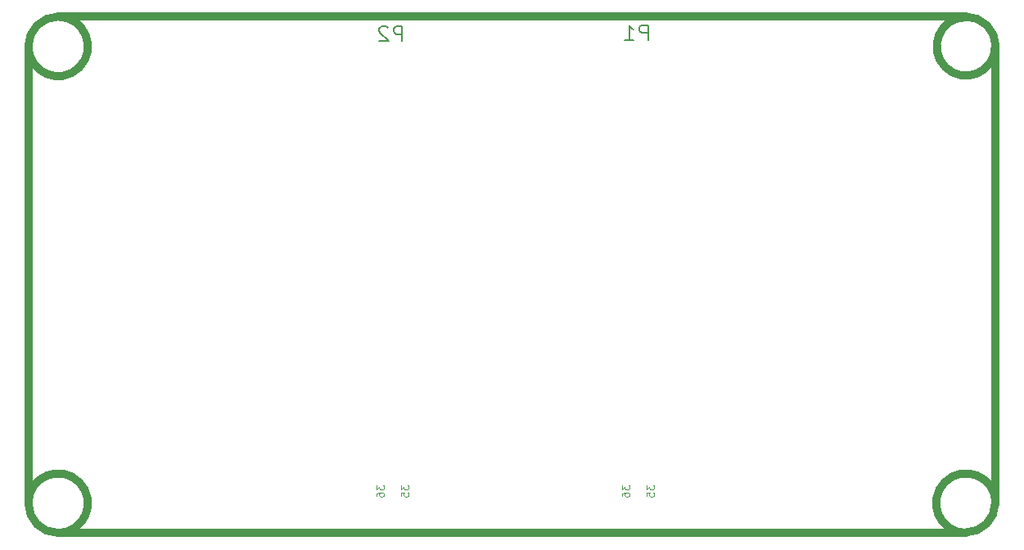
<source format=gbr>
%TF.GenerationSoftware,KiCad,Pcbnew,9.0.0*%
%TF.CreationDate,2025-04-09T14:41:31-04:00*%
%TF.ProjectId,PocketBeagle2_cape,506f636b-6574-4426-9561-676c65325f63,rev?*%
%TF.SameCoordinates,Original*%
%TF.FileFunction,Legend,Bot*%
%TF.FilePolarity,Positive*%
%FSLAX46Y46*%
G04 Gerber Fmt 4.6, Leading zero omitted, Abs format (unit mm)*
G04 Created by KiCad (PCBNEW 9.0.0) date 2025-04-09 14:41:31*
%MOMM*%
%LPD*%
G01*
G04 APERTURE LIST*
%ADD10C,0.812800*%
%ADD11C,0.097536*%
%ADD12C,0.198120*%
G04 APERTURE END LIST*
D10*
X193921100Y-128628600D02*
X193921100Y-81378600D01*
X97001100Y-131708600D02*
X190901100Y-131708600D01*
X190901100Y-78298600D02*
G75*
G02*
X193981100Y-81378600I0J-3080000D01*
G01*
X93921100Y-81378600D02*
G75*
G02*
X97001100Y-78298600I3080000J0D01*
G01*
X97001100Y-78298600D02*
G75*
G02*
X93921100Y-81378600I0J-3080000D01*
G01*
X193921100Y-128628600D02*
G75*
G02*
X190901100Y-131648600I-3020000J0D01*
G01*
X190901100Y-78298600D02*
X97001100Y-78298600D01*
X193921100Y-81378600D02*
G75*
G02*
X190901100Y-78358600I-3020000J0D01*
G01*
X190901100Y-131708600D02*
G75*
G02*
X193981100Y-128628600I0J3080000D01*
G01*
X93921100Y-81378600D02*
X93921100Y-128628600D01*
X97001100Y-131708600D02*
G75*
G02*
X93921100Y-128628600I0J3080000D01*
G01*
X93921100Y-128628600D02*
G75*
G02*
X97001100Y-131708600I3080000J0D01*
G01*
D11*
X132469984Y-126744476D02*
X132469984Y-127222480D01*
X132469984Y-127222480D02*
X132764140Y-126965093D01*
X132764140Y-126965093D02*
X132764140Y-127075402D01*
X132764140Y-127075402D02*
X132800910Y-127148941D01*
X132800910Y-127148941D02*
X132837679Y-127185710D01*
X132837679Y-127185710D02*
X132911218Y-127222480D01*
X132911218Y-127222480D02*
X133095066Y-127222480D01*
X133095066Y-127222480D02*
X133168605Y-127185710D01*
X133168605Y-127185710D02*
X133205375Y-127148941D01*
X133205375Y-127148941D02*
X133242144Y-127075402D01*
X133242144Y-127075402D02*
X133242144Y-126854785D01*
X133242144Y-126854785D02*
X133205375Y-126781246D01*
X133205375Y-126781246D02*
X133168605Y-126744476D01*
X132469984Y-127921100D02*
X132469984Y-127553405D01*
X132469984Y-127553405D02*
X132837679Y-127516636D01*
X132837679Y-127516636D02*
X132800910Y-127553405D01*
X132800910Y-127553405D02*
X132764140Y-127626944D01*
X132764140Y-127626944D02*
X132764140Y-127810792D01*
X132764140Y-127810792D02*
X132800910Y-127884331D01*
X132800910Y-127884331D02*
X132837679Y-127921100D01*
X132837679Y-127921100D02*
X132911218Y-127957870D01*
X132911218Y-127957870D02*
X133095066Y-127957870D01*
X133095066Y-127957870D02*
X133168605Y-127921100D01*
X133168605Y-127921100D02*
X133205375Y-127884331D01*
X133205375Y-127884331D02*
X133242144Y-127810792D01*
X133242144Y-127810792D02*
X133242144Y-127626944D01*
X133242144Y-127626944D02*
X133205375Y-127553405D01*
X133205375Y-127553405D02*
X133168605Y-127516636D01*
X129929984Y-126744476D02*
X129929984Y-127222480D01*
X129929984Y-127222480D02*
X130224140Y-126965093D01*
X130224140Y-126965093D02*
X130224140Y-127075402D01*
X130224140Y-127075402D02*
X130260910Y-127148941D01*
X130260910Y-127148941D02*
X130297679Y-127185710D01*
X130297679Y-127185710D02*
X130371218Y-127222480D01*
X130371218Y-127222480D02*
X130555066Y-127222480D01*
X130555066Y-127222480D02*
X130628605Y-127185710D01*
X130628605Y-127185710D02*
X130665375Y-127148941D01*
X130665375Y-127148941D02*
X130702144Y-127075402D01*
X130702144Y-127075402D02*
X130702144Y-126854785D01*
X130702144Y-126854785D02*
X130665375Y-126781246D01*
X130665375Y-126781246D02*
X130628605Y-126744476D01*
X129929984Y-127884331D02*
X129929984Y-127737253D01*
X129929984Y-127737253D02*
X129966754Y-127663714D01*
X129966754Y-127663714D02*
X130003523Y-127626944D01*
X130003523Y-127626944D02*
X130113832Y-127553405D01*
X130113832Y-127553405D02*
X130260910Y-127516636D01*
X130260910Y-127516636D02*
X130555066Y-127516636D01*
X130555066Y-127516636D02*
X130628605Y-127553405D01*
X130628605Y-127553405D02*
X130665375Y-127590175D01*
X130665375Y-127590175D02*
X130702144Y-127663714D01*
X130702144Y-127663714D02*
X130702144Y-127810792D01*
X130702144Y-127810792D02*
X130665375Y-127884331D01*
X130665375Y-127884331D02*
X130628605Y-127921100D01*
X130628605Y-127921100D02*
X130555066Y-127957870D01*
X130555066Y-127957870D02*
X130371218Y-127957870D01*
X130371218Y-127957870D02*
X130297679Y-127921100D01*
X130297679Y-127921100D02*
X130260910Y-127884331D01*
X130260910Y-127884331D02*
X130224140Y-127810792D01*
X130224140Y-127810792D02*
X130224140Y-127663714D01*
X130224140Y-127663714D02*
X130260910Y-127590175D01*
X130260910Y-127590175D02*
X130297679Y-127553405D01*
X130297679Y-127553405D02*
X130371218Y-127516636D01*
X155329984Y-126744476D02*
X155329984Y-127222480D01*
X155329984Y-127222480D02*
X155624140Y-126965093D01*
X155624140Y-126965093D02*
X155624140Y-127075402D01*
X155624140Y-127075402D02*
X155660910Y-127148941D01*
X155660910Y-127148941D02*
X155697679Y-127185710D01*
X155697679Y-127185710D02*
X155771218Y-127222480D01*
X155771218Y-127222480D02*
X155955066Y-127222480D01*
X155955066Y-127222480D02*
X156028605Y-127185710D01*
X156028605Y-127185710D02*
X156065375Y-127148941D01*
X156065375Y-127148941D02*
X156102144Y-127075402D01*
X156102144Y-127075402D02*
X156102144Y-126854785D01*
X156102144Y-126854785D02*
X156065375Y-126781246D01*
X156065375Y-126781246D02*
X156028605Y-126744476D01*
X155329984Y-127884331D02*
X155329984Y-127737253D01*
X155329984Y-127737253D02*
X155366754Y-127663714D01*
X155366754Y-127663714D02*
X155403523Y-127626944D01*
X155403523Y-127626944D02*
X155513832Y-127553405D01*
X155513832Y-127553405D02*
X155660910Y-127516636D01*
X155660910Y-127516636D02*
X155955066Y-127516636D01*
X155955066Y-127516636D02*
X156028605Y-127553405D01*
X156028605Y-127553405D02*
X156065375Y-127590175D01*
X156065375Y-127590175D02*
X156102144Y-127663714D01*
X156102144Y-127663714D02*
X156102144Y-127810792D01*
X156102144Y-127810792D02*
X156065375Y-127884331D01*
X156065375Y-127884331D02*
X156028605Y-127921100D01*
X156028605Y-127921100D02*
X155955066Y-127957870D01*
X155955066Y-127957870D02*
X155771218Y-127957870D01*
X155771218Y-127957870D02*
X155697679Y-127921100D01*
X155697679Y-127921100D02*
X155660910Y-127884331D01*
X155660910Y-127884331D02*
X155624140Y-127810792D01*
X155624140Y-127810792D02*
X155624140Y-127663714D01*
X155624140Y-127663714D02*
X155660910Y-127590175D01*
X155660910Y-127590175D02*
X155697679Y-127553405D01*
X155697679Y-127553405D02*
X155771218Y-127516636D01*
X157869984Y-126744476D02*
X157869984Y-127222480D01*
X157869984Y-127222480D02*
X158164140Y-126965093D01*
X158164140Y-126965093D02*
X158164140Y-127075402D01*
X158164140Y-127075402D02*
X158200910Y-127148941D01*
X158200910Y-127148941D02*
X158237679Y-127185710D01*
X158237679Y-127185710D02*
X158311218Y-127222480D01*
X158311218Y-127222480D02*
X158495066Y-127222480D01*
X158495066Y-127222480D02*
X158568605Y-127185710D01*
X158568605Y-127185710D02*
X158605375Y-127148941D01*
X158605375Y-127148941D02*
X158642144Y-127075402D01*
X158642144Y-127075402D02*
X158642144Y-126854785D01*
X158642144Y-126854785D02*
X158605375Y-126781246D01*
X158605375Y-126781246D02*
X158568605Y-126744476D01*
X157869984Y-127921100D02*
X157869984Y-127553405D01*
X157869984Y-127553405D02*
X158237679Y-127516636D01*
X158237679Y-127516636D02*
X158200910Y-127553405D01*
X158200910Y-127553405D02*
X158164140Y-127626944D01*
X158164140Y-127626944D02*
X158164140Y-127810792D01*
X158164140Y-127810792D02*
X158200910Y-127884331D01*
X158200910Y-127884331D02*
X158237679Y-127921100D01*
X158237679Y-127921100D02*
X158311218Y-127957870D01*
X158311218Y-127957870D02*
X158495066Y-127957870D01*
X158495066Y-127957870D02*
X158568605Y-127921100D01*
X158568605Y-127921100D02*
X158605375Y-127884331D01*
X158605375Y-127884331D02*
X158642144Y-127810792D01*
X158642144Y-127810792D02*
X158642144Y-127626944D01*
X158642144Y-127626944D02*
X158605375Y-127553405D01*
X158605375Y-127553405D02*
X158568605Y-127516636D01*
D12*
X158007665Y-80732835D02*
X158007665Y-79164385D01*
X158007665Y-79164385D02*
X157410160Y-79164385D01*
X157410160Y-79164385D02*
X157260784Y-79239073D01*
X157260784Y-79239073D02*
X157186096Y-79313761D01*
X157186096Y-79313761D02*
X157111408Y-79463137D01*
X157111408Y-79463137D02*
X157111408Y-79687201D01*
X157111408Y-79687201D02*
X157186096Y-79836577D01*
X157186096Y-79836577D02*
X157260784Y-79911266D01*
X157260784Y-79911266D02*
X157410160Y-79985954D01*
X157410160Y-79985954D02*
X158007665Y-79985954D01*
X155617646Y-80732835D02*
X156513903Y-80732835D01*
X156065775Y-80732835D02*
X156065775Y-79164385D01*
X156065775Y-79164385D02*
X156215151Y-79388449D01*
X156215151Y-79388449D02*
X156364527Y-79537825D01*
X156364527Y-79537825D02*
X156513903Y-79612513D01*
X132596217Y-80847749D02*
X132596217Y-79279299D01*
X132596217Y-79279299D02*
X131998712Y-79279299D01*
X131998712Y-79279299D02*
X131849336Y-79353987D01*
X131849336Y-79353987D02*
X131774648Y-79428675D01*
X131774648Y-79428675D02*
X131699960Y-79578051D01*
X131699960Y-79578051D02*
X131699960Y-79802115D01*
X131699960Y-79802115D02*
X131774648Y-79951491D01*
X131774648Y-79951491D02*
X131849336Y-80026180D01*
X131849336Y-80026180D02*
X131998712Y-80100868D01*
X131998712Y-80100868D02*
X132596217Y-80100868D01*
X131102455Y-79428675D02*
X131027767Y-79353987D01*
X131027767Y-79353987D02*
X130878391Y-79279299D01*
X130878391Y-79279299D02*
X130504950Y-79279299D01*
X130504950Y-79279299D02*
X130355574Y-79353987D01*
X130355574Y-79353987D02*
X130280886Y-79428675D01*
X130280886Y-79428675D02*
X130206198Y-79578051D01*
X130206198Y-79578051D02*
X130206198Y-79727427D01*
X130206198Y-79727427D02*
X130280886Y-79951491D01*
X130280886Y-79951491D02*
X131177143Y-80847749D01*
X131177143Y-80847749D02*
X130206198Y-80847749D01*
M02*

</source>
